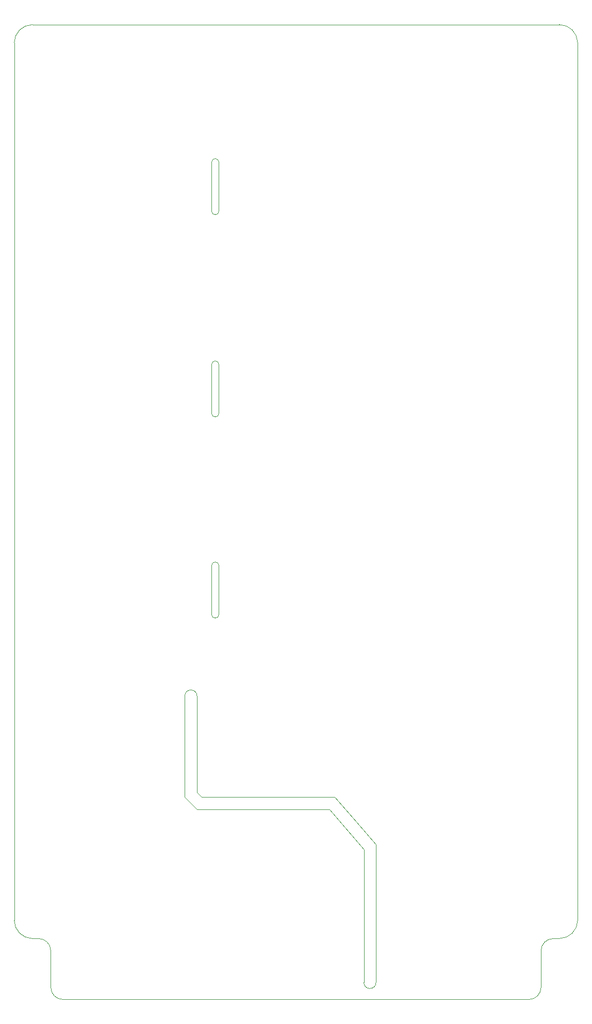
<source format=gbr>
G04 #@! TF.GenerationSoftware,KiCad,Pcbnew,(5.1.4)-1*
G04 #@! TF.CreationDate,2019-12-15T21:40:21+01:00*
G04 #@! TF.ProjectId,AcMonitoringSystem,41634d6f-6e69-4746-9f72-696e67537973,rev?*
G04 #@! TF.SameCoordinates,Original*
G04 #@! TF.FileFunction,Profile,NP*
%FSLAX46Y46*%
G04 Gerber Fmt 4.6, Leading zero omitted, Abs format (unit mm)*
G04 Created by KiCad (PCBNEW (5.1.4)-1) date 2019-12-15 21:40:21*
%MOMM*%
%LPD*%
G04 APERTURE LIST*
%ADD10C,0.050000*%
G04 APERTURE END LIST*
D10*
X110400000Y-43800000D02*
G75*
G02X111600000Y-43800000I600000J0D01*
G01*
X111600000Y-51800000D02*
X111600000Y-43800000D01*
X110400000Y-43800000D02*
X110400000Y-51800000D01*
X111600000Y-51800000D02*
G75*
G02X110400000Y-51800000I-600000J0D01*
G01*
X110400000Y-77000000D02*
G75*
G02X111600000Y-77000000I600000J0D01*
G01*
X111600000Y-85000000D02*
X111600000Y-77000000D01*
X110400000Y-77000000D02*
X110400000Y-85000000D01*
X111600000Y-85000000D02*
G75*
G02X110400000Y-85000000I-600000J0D01*
G01*
X110400000Y-110000000D02*
G75*
G02X111600000Y-110000000I600000J0D01*
G01*
X111600000Y-118000000D02*
G75*
G02X110400000Y-118000000I-600000J0D01*
G01*
X111600000Y-118000000D02*
X111600000Y-110000000D01*
X110400000Y-110000000D02*
X110400000Y-118000000D01*
X108000000Y-145800000D02*
X108000000Y-147200000D01*
X106000000Y-131400000D02*
G75*
G02X108000000Y-131400000I1000000J0D01*
G01*
X108000000Y-131400000D02*
X108000000Y-145800000D01*
X110000000Y-148000000D02*
X108800000Y-148000000D01*
X134200000Y-152000000D02*
X137400000Y-155800000D01*
X106000000Y-148000000D02*
X106000000Y-131400000D01*
X130600000Y-148000000D02*
X130200000Y-148000000D01*
X134200000Y-152000000D02*
X130600000Y-148000000D01*
X108000000Y-150000000D02*
X106000000Y-148000000D01*
X129800000Y-150000000D02*
X108000000Y-150000000D01*
X108800000Y-148000000D02*
X108000000Y-147200000D01*
X110000000Y-148000000D02*
X130200000Y-148000000D01*
X137400000Y-155800000D02*
X137400000Y-156600000D01*
X135400000Y-156600000D02*
X129800000Y-150000000D01*
X135400000Y-156600000D02*
X135400000Y-178400000D01*
X137400000Y-178400000D02*
X137400000Y-156600000D01*
X137400000Y-178400000D02*
G75*
G02X135400000Y-178400000I-1000000J0D01*
G01*
X164500000Y-173200000D02*
X164500000Y-179200000D01*
X166500000Y-171200000D02*
X167500000Y-171200000D01*
X84000000Y-173200000D02*
X84000000Y-179200000D01*
X81000000Y-171200000D02*
X82000000Y-171200000D01*
X164500000Y-173200000D02*
G75*
G02X166500000Y-171200000I2000000J0D01*
G01*
X82000000Y-171200000D02*
G75*
G02X84000000Y-173200000I0J-2000000D01*
G01*
X86000000Y-181200000D02*
X162500000Y-181200000D01*
X86000000Y-181200000D02*
G75*
G02X84000000Y-179200000I0J2000000D01*
G01*
X164500000Y-179200000D02*
G75*
G02X162500000Y-181200000I-2000000J0D01*
G01*
X78000000Y-168200000D02*
X78000000Y-24200000D01*
X170500000Y-168200000D02*
X170500000Y-24200000D01*
X81000000Y-21200000D02*
X167500000Y-21200000D01*
X167500000Y-21200000D02*
G75*
G02X170500000Y-24200000I0J-3000000D01*
G01*
X170500000Y-168200000D02*
G75*
G02X167500000Y-171200000I-3000000J0D01*
G01*
X81000000Y-171200000D02*
G75*
G02X78000000Y-168200000I0J3000000D01*
G01*
X78000000Y-24200000D02*
G75*
G02X81000000Y-21200000I3000000J0D01*
G01*
M02*

</source>
